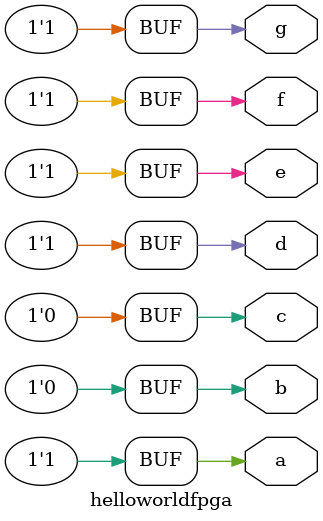
<source format=v>
/*Program for driving a seven segment display
January 18,2021
Code by G V V Sharma
Released under GNU GPL
*/

//declaring the blink module
module helloworldfpga(
                 output a,
                 output b,
                 output c,
             output d,
               output e,
              output f,
               output g

);

assign     a=1;
assign     b=0;
assign     c=0;
assign     d=1;
assign     e=1;
assign     f=1;
assign     g=1;
endmodule
//end of the module








</source>
